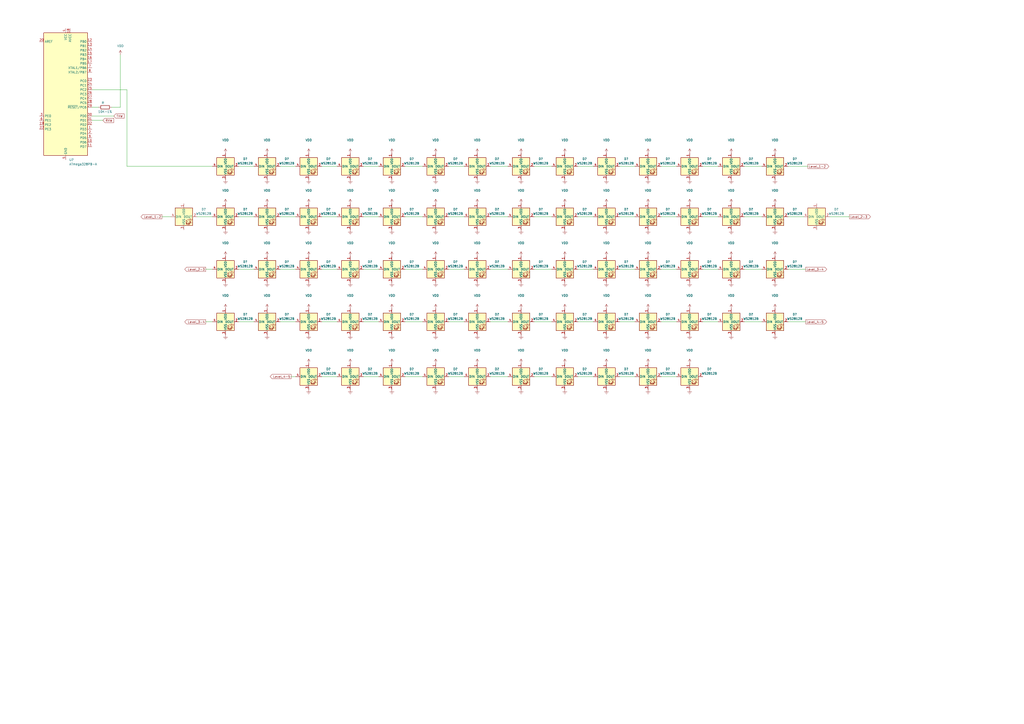
<source format=kicad_sch>
(kicad_sch (version 20211123) (generator eeschema)
  (paper "A2")
  (lib_symbols
    (symbol "Device:R" (pin_numbers hide) (pin_names (offset 0))
      (property "Reference" "R" (at 2.032 0 90))
      (property "Value" "R" (at 0 0 90))
      (symbol "R_0_1"
        (rectangle (start -1.016 -2.54) (end 1.016 2.54) (stroke (width 0.254)))
      )
      (symbol "R_1_1"
        (pin passive line (at 0 3.81 270) (length 1.27) (name "~") (number "1"))
        (pin passive line (at 0 -3.81 90) (length 1.27) (name "~") (number "2"))
      )
    )
    (symbol "LED:WS2812B" (pin_names (offset 0.254))
      (property "Reference" "D" (at 5.08 5.715 0))
      (property "Value" "WS2812B" (at 1.27 -5.715 0))
      (symbol "WS2812B_0_0"
        (text "RGB" (at 2.286 -4.191 0) (effects (font (size 0.762 0.762))))
      )
      (symbol "WS2812B_0_1"
        (polyline (pts (xy 1.27 -3.556) (xy 1.778 -3.556)))
        (polyline (pts (xy 1.27 -2.54) (xy 1.778 -2.54)))
        (polyline (pts (xy 4.699 -3.556) (xy 2.667 -3.556)))
        (polyline (pts (xy 2.286 -2.54) (xy 1.27 -3.556) (xy 1.27 -3.048)))
        (polyline (pts (xy 2.286 -1.524) (xy 1.27 -2.54) (xy 1.27 -2.032)))
        (polyline (pts (xy 3.683 -1.016) (xy 3.683 -3.556) (xy 3.683 -4.064)))
        (polyline (pts (xy 4.699 -1.524) (xy 2.667 -1.524) (xy 3.683 -3.556) (xy 4.699 -1.524)))
        (rectangle (start 5.08 5.08) (end -5.08 -5.08) (stroke (width 0.254)) (fill (type background)))
      )
      (symbol "WS2812B_1_1"
        (pin power_in line (at 0 7.62 270) (length 2.54) (name "VDD") (number "1"))
        (pin output line (at 7.62 0 180) (length 2.54) (name "DOUT") (number "2"))
        (pin power_in line (at 0 -7.62 90) (length 2.54) (name "VSS") (number "3"))
        (pin input line (at -7.62 0 0) (length 2.54) (name "DIN") (number "4"))
      )
    )
    (symbol "MCU_Microchip_ATmega:ATmega328PB-A"
      (property "Reference" "U" (at -12.7 36.83 0))
      (property "Value" "ATmega328PB-A" (at 2.54 -36.83 0))
      (symbol "ATmega328PB-A_0_1"
        (rectangle (start -12.7 -35.56) (end 12.7 35.56) (stroke (width 0.254)) (fill (type background)))
      )
      (symbol "ATmega328PB-A_1_1"
        (pin bidirectional line (at 15.24 -20.32 180) (length 2.54) (name "PD3") (number "1"))
        (pin bidirectional line (at 15.24 -27.94 180) (length 2.54) (name "PD6") (number "10"))
        (pin bidirectional line (at 15.24 -30.48 180) (length 2.54) (name "PD7") (number "11"))
        (pin bidirectional line (at 15.24 30.48 180) (length 2.54) (name "PB0") (number "12"))
        (pin bidirectional line (at 15.24 27.94 180) (length 2.54) (name "PB1") (number "13"))
        (pin bidirectional line (at 15.24 25.4 180) (length 2.54) (name "PB2") (number "14"))
        (pin bidirectional line (at 15.24 22.86 180) (length 2.54) (name "PB3") (number "15"))
        (pin bidirectional line (at 15.24 20.32 180) (length 2.54) (name "PB4") (number "16"))
        (pin bidirectional line (at 15.24 17.78 180) (length 2.54) (name "PB5") (number "17"))
        (pin power_in line (at 2.54 38.1 270) (length 2.54) (name "AVCC") (number "18"))
        (pin bidirectional line (at -15.24 -17.78 0) (length 2.54) (name "PE2") (number "19"))
        (pin bidirectional line (at 15.24 -22.86 180) (length 2.54) (name "PD4") (number "2"))
        (pin passive line (at -15.24 30.48 0) (length 2.54) (name "AREF") (number "20"))
        (pin passive line (at 0 -38.1 90) (length 2.54) hide (name "GND") (number "21"))
        (pin bidirectional line (at -15.24 -20.32 0) (length 2.54) (name "PE3") (number "22"))
        (pin bidirectional line (at 15.24 7.62 180) (length 2.54) (name "PC0") (number "23"))
        (pin bidirectional line (at 15.24 5.08 180) (length 2.54) (name "PC1") (number "24"))
        (pin bidirectional line (at 15.24 2.54 180) (length 2.54) (name "PC2") (number "25"))
        (pin bidirectional line (at 15.24 0 180) (length 2.54) (name "PC3") (number "26"))
        (pin bidirectional line (at 15.24 -2.54 180) (length 2.54) (name "PC4") (number "27"))
        (pin bidirectional line (at 15.24 -5.08 180) (length 2.54) (name "PC5") (number "28"))
        (pin bidirectional line (at 15.24 -7.62 180) (length 2.54) (name "~{RESET}/PC6") (number "29"))
        (pin bidirectional line (at -15.24 -12.7 0) (length 2.54) (name "PE0") (number "3"))
        (pin bidirectional line (at 15.24 -12.7 180) (length 2.54) (name "PD0") (number "30"))
        (pin bidirectional line (at 15.24 -15.24 180) (length 2.54) (name "PD1") (number "31"))
        (pin bidirectional line (at 15.24 -17.78 180) (length 2.54) (name "PD2") (number "32"))
        (pin power_in line (at 0 38.1 270) (length 2.54) (name "VCC") (number "4"))
        (pin power_in line (at 0 -38.1 90) (length 2.54) (name "GND") (number "5"))
        (pin bidirectional line (at -15.24 -15.24 0) (length 2.54) (name "PE1") (number "6"))
        (pin bidirectional line (at 15.24 15.24 180) (length 2.54) (name "XTAL1/PB6") (number "7"))
        (pin bidirectional line (at 15.24 12.7 180) (length 2.54) (name "XTAL2/PB7") (number "8"))
        (pin bidirectional line (at 15.24 -25.4 180) (length 2.54) (name "PD5") (number "9"))
      )
    )
    (symbol "power:Earth" (power) (pin_names (offset 0))
      (symbol "Earth_0_1"
        (polyline (pts (xy -0.635 -1.905) (xy 0.635 -1.905)))
        (polyline (pts (xy -0.127 -2.54) (xy 0.127 -2.54)))
        (polyline (pts (xy 0 -1.27) (xy 0 0)))
        (polyline (pts (xy 1.27 -1.27) (xy -1.27 -1.27)))
      )
      (symbol "Earth_1_1"
        (pin power_in line (at 0 0 270) (length 0) hide (name "Earth") (number "1"))
      )
    )
    (symbol "power:VDD" (power) (pin_names (offset 0))
      (property "Value" "VDD" (at 0 3.81 0))
      (symbol "VDD_0_1"
        (polyline (pts (xy -0.762 1.27) (xy 0 2.54)))
        (polyline (pts (xy 0 0) (xy 0 2.54)))
        (polyline (pts (xy 0 2.54) (xy 0.762 1.27)))
      )
      (symbol "VDD_1_1"
        (pin power_in line (at 0 0 90) (length 0) hide (name "VDD") (number "1"))
      )
    )
  )
  (wire (pts (xy 309.88 156.21) (xy 320.04 156.21)))
  (wire (pts (xy 335.28 125.73) (xy 344.17 125.73)))
  (wire (pts (xy 210.82 186.69) (xy 219.71 186.69)))
  (wire (pts (xy 407.67 96.52) (xy 416.56 96.52)))
  (wire (pts (xy 431.8 125.73) (xy 441.96 125.73)))
  (wire (pts (xy 186.69 156.21) (xy 195.58 156.21)))
  (wire (pts (xy 335.28 186.69) (xy 344.17 186.69)))
  (wire (pts (xy 335.28 156.21) (xy 344.17 156.21)))
  (wire (pts (xy 481.33 125.73) (xy 492.76 125.73)))
  (wire (pts (xy 383.54 125.73) (xy 392.43 125.73)))
  (wire (pts (xy 234.95 96.52) (xy 245.11 96.52)))
  (wire (pts (xy 162.56 156.21) (xy 171.45 156.21)))
  (wire (pts (xy 210.82 156.21) (xy 219.71 156.21)))
  (wire (pts (xy 431.8 186.69) (xy 441.96 186.69)))
  (wire (pts (xy 309.88 218.44) (xy 320.04 218.44)))
  (wire (pts (xy 359.41 156.21) (xy 368.3 156.21)))
  (wire (pts (xy 119.38 186.69) (xy 123.19 186.69)))
  (wire (pts (xy 457.2 96.52) (xy 468.63 96.52)))
  (wire (pts (xy 123.19 96.52) (xy 73.66 96.52)))
  (wire (pts (xy 162.56 125.73) (xy 171.45 125.73)))
  (wire (pts (xy 383.54 156.21) (xy 392.43 156.21)))
  (wire (pts (xy 309.88 96.52) (xy 320.04 96.52)))
  (wire (pts (xy 284.48 186.69) (xy 294.64 186.69)))
  (wire (pts (xy 407.67 186.69) (xy 416.56 186.69)))
  (wire (pts (xy 359.41 186.69) (xy 368.3 186.69)))
  (wire (pts (xy 53.34 69.85) (xy 59.69 69.85)))
  (wire (pts (xy 186.69 96.52) (xy 195.58 96.52)))
  (wire (pts (xy 407.67 156.21) (xy 416.56 156.21)))
  (wire (pts (xy 210.82 218.44) (xy 219.71 218.44)))
  (wire (pts (xy 73.66 96.52) (xy 73.66 52.07)))
  (wire (pts (xy 234.95 186.69) (xy 245.11 186.69)))
  (wire (pts (xy 162.56 186.69) (xy 171.45 186.69)))
  (wire (pts (xy 138.43 125.73) (xy 147.32 125.73)))
  (wire (pts (xy 260.35 96.52) (xy 269.24 96.52)))
  (wire (pts (xy 234.95 218.44) (xy 245.11 218.44)))
  (wire (pts (xy 69.85 31.75) (xy 69.85 62.23)))
  (wire (pts (xy 260.35 218.44) (xy 269.24 218.44)))
  (wire (pts (xy 53.34 67.31) (xy 66.04 67.31)))
  (wire (pts (xy 359.41 96.52) (xy 368.3 96.52)))
  (wire (pts (xy 119.38 156.21) (xy 123.19 156.21)))
  (wire (pts (xy 186.69 186.69) (xy 195.58 186.69)))
  (wire (pts (xy 431.8 156.21) (xy 441.96 156.21)))
  (wire (pts (xy 284.48 125.73) (xy 294.64 125.73)))
  (wire (pts (xy 73.66 52.07) (xy 53.34 52.07)))
  (wire (pts (xy 168.91 218.44) (xy 171.45 218.44)))
  (wire (pts (xy 457.2 125.73) (xy 466.09 125.73)))
  (wire (pts (xy 383.54 218.44) (xy 392.43 218.44)))
  (wire (pts (xy 260.35 125.73) (xy 269.24 125.73)))
  (wire (pts (xy 335.28 218.44) (xy 344.17 218.44)))
  (wire (pts (xy 383.54 96.52) (xy 392.43 96.52)))
  (wire (pts (xy 210.82 125.73) (xy 219.71 125.73)))
  (wire (pts (xy 210.82 96.52) (xy 219.71 96.52)))
  (wire (pts (xy 335.28 96.52) (xy 344.17 96.52)))
  (wire (pts (xy 457.2 156.21) (xy 467.36 156.21)))
  (wire (pts (xy 64.77 62.23) (xy 69.85 62.23)))
  (wire (pts (xy 359.41 125.73) (xy 368.3 125.73)))
  (wire (pts (xy 162.56 96.52) (xy 171.45 96.52)))
  (wire (pts (xy 138.43 186.69) (xy 147.32 186.69)))
  (wire (pts (xy 431.8 96.52) (xy 441.96 96.52)))
  (wire (pts (xy 234.95 156.21) (xy 245.11 156.21)))
  (wire (pts (xy 186.69 125.73) (xy 195.58 125.73)))
  (wire (pts (xy 407.67 125.73) (xy 416.56 125.73)))
  (wire (pts (xy 53.34 62.23) (xy 57.15 62.23)))
  (wire (pts (xy 457.2 186.69) (xy 467.36 186.69)))
  (wire (pts (xy 260.35 186.69) (xy 269.24 186.69)))
  (wire (pts (xy 260.35 156.21) (xy 269.24 156.21)))
  (wire (pts (xy 284.48 218.44) (xy 294.64 218.44)))
  (wire (pts (xy 284.48 156.21) (xy 294.64 156.21)))
  (wire (pts (xy 284.48 96.52) (xy 294.64 96.52)))
  (wire (pts (xy 309.88 186.69) (xy 320.04 186.69)))
  (wire (pts (xy 359.41 218.44) (xy 368.3 218.44)))
  (wire (pts (xy 309.88 125.73) (xy 320.04 125.73)))
  (wire (pts (xy 93.98 125.73) (xy 99.06 125.73)))
  (wire (pts (xy 114.3 125.73) (xy 123.19 125.73)))
  (wire (pts (xy 234.95 125.73) (xy 245.11 125.73)))
  (wire (pts (xy 383.54 186.69) (xy 392.43 186.69)))
  (wire (pts (xy 138.43 96.52) (xy 147.32 96.52)))
  (wire (pts (xy 186.69 218.44) (xy 195.58 218.44)))
  (wire (pts (xy 138.43 156.21) (xy 147.32 156.21)))
  (global_label "TXW" (shape input) (at 66.04 67.31 0) (property "Intersheet References" "${INTERSHEET_REFS}" (effects hide)))
  (global_label "Level_1-2" (shape output) (at 468.63 96.52 0) (property "Intersheet References" "${INTERSHEET_REFS}" (effects hide)))
  (global_label "Level_4-5" (shape output) (at 168.91 218.44 180) (property "Intersheet References" "${INTERSHEET_REFS}" (effects hide)))
  (global_label "Level_1-2" (shape output) (at 93.98 125.73 180) (property "Intersheet References" "${INTERSHEET_REFS}" (effects hide)))
  (global_label "Level_2-3" (shape output) (at 492.76 125.73 0) (property "Intersheet References" "${INTERSHEET_REFS}" (effects hide)))
  (global_label "Level_3-4" (shape output) (at 467.36 156.21 0) (property "Intersheet References" "${INTERSHEET_REFS}" (effects hide)))
  (global_label "Level_2-3" (shape output) (at 119.38 156.21 180) (property "Intersheet References" "${INTERSHEET_REFS}" (effects hide)))
  (global_label "Level_3-4" (shape output) (at 119.38 186.69 180) (property "Intersheet References" "${INTERSHEET_REFS}" (effects hide)))
  (global_label "RXW" (shape input) (at 59.69 69.85 0) (property "Intersheet References" "${INTERSHEET_REFS}" (effects hide)))
  (global_label "Level_4-5" (shape output) (at 467.36 186.69 0) (property "Intersheet References" "${INTERSHEET_REFS}" (effects hide)))
  (symbol (lib_id "power:Earth") (at 276.86 226.06 0) (unit 1)
    (property "Reference" "#PWR?" (effects hide))
    (property "Value" "Earth" (effects hide))
  )
  (symbol (lib_id "power:Earth") (at 252.73 104.14 0) (unit 1)
    (property "Reference" "#PWR?" (effects hide))
    (property "Value" "Earth" (effects hide))
  )
  (symbol (lib_id "LED:WS2812B") (at 203.2 156.21 0) (unit 1)
    (property "Reference" "D?" (at 214.63 151.8793 0))
    (property "Value" "WS2812B" (at 214.63 154.4193 0))
    (property "Footprint" "LED_SMD:LED_WS2812B_PLCC4_5.0x5.0mm_P3.2mm" (effects hide))
    (property "Datasheet" "https://cdn-shop.adafruit.com/datasheets/WS2812B.pdf" (effects hide))
  )
  (symbol (lib_id "power:Earth") (at 227.33 163.83 0) (unit 1)
    (property "Reference" "#PWR?" (effects hide))
    (property "Value" "Earth" (effects hide))
  )
  (symbol (lib_id "LED:WS2812B") (at 449.58 156.21 0) (unit 1)
    (property "Reference" "D?" (at 461.01 151.8793 0))
    (property "Value" "WS2812B" (at 461.01 154.4193 0))
    (property "Footprint" "LED_SMD:LED_WS2812B_PLCC4_5.0x5.0mm_P3.2mm" (effects hide))
    (property "Datasheet" "https://cdn-shop.adafruit.com/datasheets/WS2812B.pdf" (effects hide))
  )
  (symbol (lib_id "power:VDD") (at 424.18 118.11 0) (unit 1)
    (property "Reference" "#PWR?" (effects hide))
    (property "Value" "VDD" (at 424.18 110.49 0))
  )
  (symbol (lib_id "LED:WS2812B") (at 424.18 96.52 0) (unit 1)
    (property "Reference" "D?" (at 435.61 92.1893 0))
    (property "Value" "WS2812B" (at 435.61 94.7293 0))
    (property "Footprint" "LED_SMD:LED_WS2812B_PLCC4_5.0x5.0mm_P3.2mm" (effects hide))
    (property "Datasheet" "https://cdn-shop.adafruit.com/datasheets/WS2812B.pdf" (effects hide))
  )
  (symbol (lib_id "LED:WS2812B") (at 276.86 218.44 0) (unit 1)
    (property "Reference" "D?" (at 288.29 214.1093 0))
    (property "Value" "WS2812B" (at 288.29 216.6493 0))
    (property "Footprint" "LED_SMD:LED_WS2812B_PLCC4_5.0x5.0mm_P3.2mm" (effects hide))
    (property "Datasheet" "https://cdn-shop.adafruit.com/datasheets/WS2812B.pdf" (effects hide))
  )
  (symbol (lib_id "power:VDD") (at 154.94 148.59 0) (unit 1)
    (property "Reference" "#PWR?" (effects hide))
    (property "Value" "VDD" (at 154.94 140.97 0))
  )
  (symbol (lib_id "LED:WS2812B") (at 302.26 125.73 0) (unit 1)
    (property "Reference" "D?" (at 313.69 121.3993 0))
    (property "Value" "WS2812B" (at 313.69 123.9393 0))
    (property "Footprint" "LED_SMD:LED_WS2812B_PLCC4_5.0x5.0mm_P3.2mm" (effects hide))
    (property "Datasheet" "https://cdn-shop.adafruit.com/datasheets/WS2812B.pdf" (effects hide))
  )
  (symbol (lib_id "LED:WS2812B") (at 154.94 96.52 0) (unit 1)
    (property "Reference" "D?" (at 166.37 92.1893 0))
    (property "Value" "WS2812B" (at 166.37 94.7293 0))
    (property "Footprint" "LED_SMD:LED_WS2812B_PLCC4_5.0x5.0mm_P3.2mm" (effects hide))
    (property "Datasheet" "https://cdn-shop.adafruit.com/datasheets/WS2812B.pdf" (effects hide))
  )
  (symbol (lib_id "LED:WS2812B") (at 179.07 156.21 0) (unit 1)
    (property "Reference" "D?" (at 190.5 151.8793 0))
    (property "Value" "WS2812B" (at 190.5 154.4193 0))
    (property "Footprint" "LED_SMD:LED_WS2812B_PLCC4_5.0x5.0mm_P3.2mm" (effects hide))
    (property "Datasheet" "https://cdn-shop.adafruit.com/datasheets/WS2812B.pdf" (effects hide))
  )
  (symbol (lib_id "power:VDD") (at 400.05 148.59 0) (unit 1)
    (property "Reference" "#PWR?" (effects hide))
    (property "Value" "VDD" (at 400.05 140.97 0))
  )
  (symbol (lib_id "power:VDD") (at 203.2 88.9 0) (unit 1)
    (property "Reference" "#PWR?" (effects hide))
    (property "Value" "VDD" (at 203.2 81.28 0))
  )
  (symbol (lib_id "power:VDD") (at 276.86 118.11 0) (unit 1)
    (property "Reference" "#PWR?" (effects hide))
    (property "Value" "VDD" (at 276.86 110.49 0))
  )
  (symbol (lib_id "power:VDD") (at 227.33 88.9 0) (unit 1)
    (property "Reference" "#PWR?" (effects hide))
    (property "Value" "VDD" (at 227.33 81.28 0))
  )
  (symbol (lib_id "power:VDD") (at 154.94 179.07 0) (unit 1)
    (property "Reference" "#PWR?" (effects hide))
    (property "Value" "VDD" (at 154.94 171.45 0))
  )
  (symbol (lib_id "power:Earth") (at 227.33 133.35 0) (unit 1)
    (property "Reference" "#PWR?" (effects hide))
    (property "Value" "Earth" (effects hide))
  )
  (symbol (lib_id "power:VDD") (at 69.85 31.75 0) (unit 1)
    (property "Reference" "#PWR?" (effects hide))
    (property "Value" "VDD" (at 69.85 26.67 0))
  )
  (symbol (lib_id "power:VDD") (at 302.26 179.07 0) (unit 1)
    (property "Reference" "#PWR?" (effects hide))
    (property "Value" "VDD" (at 302.26 171.45 0))
  )
  (symbol (lib_id "power:Earth") (at 203.2 104.14 0) (unit 1)
    (property "Reference" "#PWR?" (effects hide))
    (property "Value" "Earth" (effects hide))
  )
  (symbol (lib_id "power:VDD") (at 252.73 148.59 0) (unit 1)
    (property "Reference" "#PWR?" (effects hide))
    (property "Value" "VDD" (at 252.73 140.97 0))
  )
  (symbol (lib_id "LED:WS2812B") (at 130.81 156.21 0) (unit 1)
    (property "Reference" "D?" (at 142.24 151.8793 0))
    (property "Value" "WS2812B" (at 142.24 154.4193 0))
    (property "Footprint" "LED_SMD:LED_WS2812B_PLCC4_5.0x5.0mm_P3.2mm" (effects hide))
    (property "Datasheet" "https://cdn-shop.adafruit.com/datasheets/WS2812B.pdf" (effects hide))
  )
  (symbol (lib_id "power:VDD") (at 179.07 179.07 0) (unit 1)
    (property "Reference" "#PWR?" (effects hide))
    (property "Value" "VDD" (at 179.07 171.45 0))
  )
  (symbol (lib_id "LED:WS2812B") (at 302.26 218.44 0) (unit 1)
    (property "Reference" "D?" (at 313.69 214.1093 0))
    (property "Value" "WS2812B" (at 313.69 216.6493 0))
    (property "Footprint" "LED_SMD:LED_WS2812B_PLCC4_5.0x5.0mm_P3.2mm" (effects hide))
    (property "Datasheet" "https://cdn-shop.adafruit.com/datasheets/WS2812B.pdf" (effects hide))
  )
  (symbol (lib_id "LED:WS2812B") (at 400.05 125.73 0) (unit 1)
    (property "Reference" "D?" (at 411.48 121.3993 0))
    (property "Value" "WS2812B" (at 411.48 123.9393 0))
    (property "Footprint" "LED_SMD:LED_WS2812B_PLCC4_5.0x5.0mm_P3.2mm" (effects hide))
    (property "Datasheet" "https://cdn-shop.adafruit.com/datasheets/WS2812B.pdf" (effects hide))
  )
  (symbol (lib_id "power:VDD") (at 375.92 148.59 0) (unit 1)
    (property "Reference" "#PWR?" (effects hide))
    (property "Value" "VDD" (at 375.92 140.97 0))
  )
  (symbol (lib_id "power:Earth") (at 424.18 194.31 0) (unit 1)
    (property "Reference" "#PWR?" (effects hide))
    (property "Value" "Earth" (effects hide))
  )
  (symbol (lib_id "power:Earth") (at 424.18 104.14 0) (unit 1)
    (property "Reference" "#PWR?" (effects hide))
    (property "Value" "Earth" (effects hide))
  )
  (symbol (lib_id "power:VDD") (at 203.2 148.59 0) (unit 1)
    (property "Reference" "#PWR?" (effects hide))
    (property "Value" "VDD" (at 203.2 140.97 0))
  )
  (symbol (lib_id "power:Earth") (at 154.94 104.14 0) (unit 1)
    (property "Reference" "#PWR?" (effects hide))
    (property "Value" "Earth" (effects hide))
  )
  (symbol (lib_id "power:VDD") (at 252.73 179.07 0) (unit 1)
    (property "Reference" "#PWR?" (effects hide))
    (property "Value" "VDD" (at 252.73 171.45 0))
  )
  (symbol (lib_id "LED:WS2812B") (at 400.05 96.52 0) (unit 1)
    (property "Reference" "D?" (at 411.48 92.1893 0))
    (property "Value" "WS2812B" (at 411.48 94.7293 0))
    (property "Footprint" "LED_SMD:LED_WS2812B_PLCC4_5.0x5.0mm_P3.2mm" (effects hide))
    (property "Datasheet" "https://cdn-shop.adafruit.com/datasheets/WS2812B.pdf" (effects hide))
  )
  (symbol (lib_id "power:Earth") (at 400.05 194.31 0) (unit 1)
    (property "Reference" "#PWR?" (effects hide))
    (property "Value" "Earth" (effects hide))
  )
  (symbol (lib_id "power:Earth") (at 203.2 163.83 0) (unit 1)
    (property "Reference" "#PWR?" (effects hide))
    (property "Value" "Earth" (effects hide))
  )
  (symbol (lib_id "power:Earth") (at 302.26 163.83 0) (unit 1)
    (property "Reference" "#PWR?" (effects hide))
    (property "Value" "Earth" (effects hide))
  )
  (symbol (lib_id "power:VDD") (at 424.18 179.07 0) (unit 1)
    (property "Reference" "#PWR?" (effects hide))
    (property "Value" "VDD" (at 424.18 171.45 0))
  )
  (symbol (lib_id "power:Earth") (at 203.2 133.35 0) (unit 1)
    (property "Reference" "#PWR?" (effects hide))
    (property "Value" "Earth" (effects hide))
  )
  (symbol (lib_id "power:VDD") (at 351.79 118.11 0) (unit 1)
    (property "Reference" "#PWR?" (effects hide))
    (property "Value" "VDD" (at 351.79 110.49 0))
  )
  (symbol (lib_id "power:VDD") (at 375.92 179.07 0) (unit 1)
    (property "Reference" "#PWR?" (effects hide))
    (property "Value" "VDD" (at 375.92 171.45 0))
  )
  (symbol (lib_id "power:Earth") (at 154.94 133.35 0) (unit 1)
    (property "Reference" "#PWR?" (effects hide))
    (property "Value" "Earth" (effects hide))
  )
  (symbol (lib_id "power:VDD") (at 252.73 88.9 0) (unit 1)
    (property "Reference" "#PWR?" (effects hide))
    (property "Value" "VDD" (at 252.73 81.28 0))
  )
  (symbol (lib_id "power:VDD") (at 276.86 210.82 0) (unit 1)
    (property "Reference" "#PWR?" (effects hide))
    (property "Value" "VDD" (at 276.86 203.2 0))
  )
  (symbol (lib_id "power:VDD") (at 252.73 210.82 0) (unit 1)
    (property "Reference" "#PWR?" (effects hide))
    (property "Value" "VDD" (at 252.73 203.2 0))
  )
  (symbol (lib_id "power:Earth") (at 327.66 163.83 0) (unit 1)
    (property "Reference" "#PWR?" (effects hide))
    (property "Value" "Earth" (effects hide))
  )
  (symbol (lib_id "LED:WS2812B") (at 227.33 125.73 0) (unit 1)
    (property "Reference" "D?" (at 238.76 121.3993 0))
    (property "Value" "WS2812B" (at 238.76 123.9393 0))
    (property "Footprint" "LED_SMD:LED_WS2812B_PLCC4_5.0x5.0mm_P3.2mm" (effects hide))
    (property "Datasheet" "https://cdn-shop.adafruit.com/datasheets/WS2812B.pdf" (effects hide))
  )
  (symbol (lib_id "power:VDD") (at 203.2 118.11 0) (unit 1)
    (property "Reference" "#PWR?" (effects hide))
    (property "Value" "VDD" (at 203.2 110.49 0))
  )
  (symbol (lib_id "power:VDD") (at 375.92 210.82 0) (unit 1)
    (property "Reference" "#PWR?" (effects hide))
    (property "Value" "VDD" (at 375.92 203.2 0))
  )
  (symbol (lib_id "LED:WS2812B") (at 203.2 96.52 0) (unit 1)
    (property "Reference" "D?" (at 214.63 92.1893 0))
    (property "Value" "WS2812B" (at 214.63 94.7293 0))
    (property "Footprint" "LED_SMD:LED_WS2812B_PLCC4_5.0x5.0mm_P3.2mm" (effects hide))
    (property "Datasheet" "https://cdn-shop.adafruit.com/datasheets/WS2812B.pdf" (effects hide))
  )
  (symbol (lib_id "power:VDD") (at 203.2 210.82 0) (unit 1)
    (property "Reference" "#PWR?" (effects hide))
    (property "Value" "VDD" (at 203.2 203.2 0))
  )
  (symbol (lib_id "LED:WS2812B") (at 252.73 96.52 0) (unit 1)
    (property "Reference" "D?" (at 264.16 92.1893 0))
    (property "Value" "WS2812B" (at 264.16 94.7293 0))
    (property "Footprint" "LED_SMD:LED_WS2812B_PLCC4_5.0x5.0mm_P3.2mm" (effects hide))
    (property "Datasheet" "https://cdn-shop.adafruit.com/datasheets/WS2812B.pdf" (effects hide))
  )
  (symbol (lib_id "power:Earth") (at 327.66 104.14 0) (unit 1)
    (property "Reference" "#PWR?" (effects hide))
    (property "Value" "Earth" (effects hide))
  )
  (symbol (lib_id "power:VDD") (at 400.05 210.82 0) (unit 1)
    (property "Reference" "#PWR?" (effects hide))
    (property "Value" "VDD" (at 400.05 203.2 0))
  )
  (symbol (lib_id "power:VDD") (at 327.66 88.9 0) (unit 1)
    (property "Reference" "#PWR?" (effects hide))
    (property "Value" "VDD" (at 327.66 81.28 0))
  )
  (symbol (lib_id "power:Earth") (at 375.92 163.83 0) (unit 1)
    (property "Reference" "#PWR?" (effects hide))
    (property "Value" "Earth" (effects hide))
  )
  (symbol (lib_id "power:VDD") (at 449.58 179.07 0) (unit 1)
    (property "Reference" "#PWR?" (effects hide))
    (property "Value" "VDD" (at 449.58 171.45 0))
  )
  (symbol (lib_id "LED:WS2812B") (at 375.92 125.73 0) (unit 1)
    (property "Reference" "D?" (at 387.35 121.3993 0))
    (property "Value" "WS2812B" (at 387.35 123.9393 0))
    (property "Footprint" "LED_SMD:LED_WS2812B_PLCC4_5.0x5.0mm_P3.2mm" (effects hide))
    (property "Datasheet" "https://cdn-shop.adafruit.com/datasheets/WS2812B.pdf" (effects hide))
  )
  (symbol (lib_id "LED:WS2812B") (at 424.18 156.21 0) (unit 1)
    (property "Reference" "D?" (at 435.61 151.8793 0))
    (property "Value" "WS2812B" (at 435.61 154.4193 0))
    (property "Footprint" "LED_SMD:LED_WS2812B_PLCC4_5.0x5.0mm_P3.2mm" (effects hide))
    (property "Datasheet" "https://cdn-shop.adafruit.com/datasheets/WS2812B.pdf" (effects hide))
  )
  (symbol (lib_id "power:Earth") (at 130.81 104.14 0) (unit 1)
    (property "Reference" "#PWR?" (effects hide))
    (property "Value" "Earth" (effects hide))
  )
  (symbol (lib_id "LED:WS2812B") (at 351.79 186.69 0) (unit 1)
    (property "Reference" "D?" (at 363.22 182.3593 0))
    (property "Value" "WS2812B" (at 363.22 184.8993 0))
    (property "Footprint" "LED_SMD:LED_WS2812B_PLCC4_5.0x5.0mm_P3.2mm" (effects hide))
    (property "Datasheet" "https://cdn-shop.adafruit.com/datasheets/WS2812B.pdf" (effects hide))
  )
  (symbol (lib_id "LED:WS2812B") (at 252.73 156.21 0) (unit 1)
    (property "Reference" "D?" (at 264.16 151.8793 0))
    (property "Value" "WS2812B" (at 264.16 154.4193 0))
    (property "Footprint" "LED_SMD:LED_WS2812B_PLCC4_5.0x5.0mm_P3.2mm" (effects hide))
    (property "Datasheet" "https://cdn-shop.adafruit.com/datasheets/WS2812B.pdf" (effects hide))
  )
  (symbol (lib_id "power:VDD") (at 179.07 88.9 0) (unit 1)
    (property "Reference" "#PWR?" (effects hide))
    (property "Value" "VDD" (at 179.07 81.28 0))
  )
  (symbol (lib_id "power:VDD") (at 227.33 118.11 0) (unit 1)
    (property "Reference" "#PWR?" (effects hide))
    (property "Value" "VDD" (at 227.33 110.49 0))
  )
  (symbol (lib_id "LED:WS2812B") (at 227.33 186.69 0) (unit 1)
    (property "Reference" "D?" (at 238.76 182.3593 0))
    (property "Value" "WS2812B" (at 238.76 184.8993 0))
    (property "Footprint" "LED_SMD:LED_WS2812B_PLCC4_5.0x5.0mm_P3.2mm" (effects hide))
    (property "Datasheet" "https://cdn-shop.adafruit.com/datasheets/WS2812B.pdf" (effects hide))
  )
  (symbol (lib_id "LED:WS2812B") (at 179.07 96.52 0) (unit 1)
    (property "Reference" "D?" (at 190.5 92.1893 0))
    (property "Value" "WS2812B" (at 190.5 94.7293 0))
    (property "Footprint" "LED_SMD:LED_WS2812B_PLCC4_5.0x5.0mm_P3.2mm" (effects hide))
    (property "Datasheet" "https://cdn-shop.adafruit.com/datasheets/WS2812B.pdf" (effects hide))
  )
  (symbol (lib_id "LED:WS2812B") (at 203.2 218.44 0) (unit 1)
    (property "Reference" "D?" (at 214.63 214.1093 0))
    (property "Value" "WS2812B" (at 214.63 216.6493 0))
    (property "Footprint" "LED_SMD:LED_WS2812B_PLCC4_5.0x5.0mm_P3.2mm" (effects hide))
    (property "Datasheet" "https://cdn-shop.adafruit.com/datasheets/WS2812B.pdf" (effects hide))
  )
  (symbol (lib_id "power:VDD") (at 351.79 179.07 0) (unit 1)
    (property "Reference" "#PWR?" (effects hide))
    (property "Value" "VDD" (at 351.79 171.45 0))
  )
  (symbol (lib_id "LED:WS2812B") (at 327.66 156.21 0) (unit 1)
    (property "Reference" "D?" (at 339.09 151.8793 0))
    (property "Value" "WS2812B" (at 339.09 154.4193 0))
    (property "Footprint" "LED_SMD:LED_WS2812B_PLCC4_5.0x5.0mm_P3.2mm" (effects hide))
    (property "Datasheet" "https://cdn-shop.adafruit.com/datasheets/WS2812B.pdf" (effects hide))
  )
  (symbol (lib_id "power:VDD") (at 375.92 118.11 0) (unit 1)
    (property "Reference" "#PWR?" (effects hide))
    (property "Value" "VDD" (at 375.92 110.49 0))
  )
  (symbol (lib_id "LED:WS2812B") (at 327.66 218.44 0) (unit 1)
    (property "Reference" "D?" (at 339.09 214.1093 0))
    (property "Value" "WS2812B" (at 339.09 216.6493 0))
    (property "Footprint" "LED_SMD:LED_WS2812B_PLCC4_5.0x5.0mm_P3.2mm" (effects hide))
    (property "Datasheet" "https://cdn-shop.adafruit.com/datasheets/WS2812B.pdf" (effects hide))
  )
  (symbol (lib_id "power:Earth") (at 179.07 163.83 0) (unit 1)
    (property "Reference" "#PWR?" (effects hide))
    (property "Value" "Earth" (effects hide))
  )
  (symbol (lib_id "power:Earth") (at 449.58 163.83 0) (unit 1)
    (property "Reference" "#PWR?" (effects hide))
    (property "Value" "Earth" (effects hide))
  )
  (symbol (lib_id "power:Earth") (at 327.66 133.35 0) (unit 1)
    (property "Reference" "#PWR?" (effects hide))
    (property "Value" "Earth" (effects hide))
  )
  (symbol (lib_id "LED:WS2812B") (at 252.73 218.44 0) (unit 1)
    (property "Reference" "D?" (at 264.16 214.1093 0))
    (property "Value" "WS2812B" (at 264.16 216.6493 0))
    (property "Footprint" "LED_SMD:LED_WS2812B_PLCC4_5.0x5.0mm_P3.2mm" (effects hide))
    (property "Datasheet" "https://cdn-shop.adafruit.com/datasheets/WS2812B.pdf" (effects hide))
  )
  (symbol (lib_id "LED:WS2812B") (at 327.66 186.69 0) (unit 1)
    (property "Reference" "D?" (at 339.09 182.3593 0))
    (property "Value" "WS2812B" (at 339.09 184.8993 0))
    (property "Footprint" "LED_SMD:LED_WS2812B_PLCC4_5.0x5.0mm_P3.2mm" (effects hide))
    (property "Datasheet" "https://cdn-shop.adafruit.com/datasheets/WS2812B.pdf" (effects hide))
  )
  (symbol (lib_id "power:VDD") (at 449.58 88.9 0) (unit 1)
    (property "Reference" "#PWR?" (effects hide))
    (property "Value" "VDD" (at 449.58 81.28 0))
  )
  (symbol (lib_id "power:VDD") (at 276.86 179.07 0) (unit 1)
    (property "Reference" "#PWR?" (effects hide))
    (property "Value" "VDD" (at 276.86 171.45 0))
  )
  (symbol (lib_id "LED:WS2812B") (at 375.92 156.21 0) (unit 1)
    (property "Reference" "D?" (at 387.35 151.8793 0))
    (property "Value" "WS2812B" (at 387.35 154.4193 0))
    (property "Footprint" "LED_SMD:LED_WS2812B_PLCC4_5.0x5.0mm_P3.2mm" (effects hide))
    (property "Datasheet" "https://cdn-shop.adafruit.com/datasheets/WS2812B.pdf" (effects hide))
  )
  (symbol (lib_id "power:Earth") (at 449.58 133.35 0) (unit 1)
    (property "Reference" "#PWR?" (effects hide))
    (property "Value" "Earth" (effects hide))
  )
  (symbol (lib_id "power:VDD") (at 203.2 179.07 0) (unit 1)
    (property "Reference" "#PWR?" (effects hide))
    (property "Value" "VDD" (at 203.2 171.45 0))
  )
  (symbol (lib_id "power:Earth") (at 351.79 163.83 0) (unit 1)
    (property "Reference" "#PWR?" (effects hide))
    (property "Value" "Earth" (effects hide))
  )
  (symbol (lib_id "LED:WS2812B") (at 252.73 125.73 0) (unit 1)
    (property "Reference" "D?" (at 264.16 121.3993 0))
    (property "Value" "WS2812B" (at 264.16 123.9393 0))
    (property "Footprint" "LED_SMD:LED_WS2812B_PLCC4_5.0x5.0mm_P3.2mm" (effects hide))
    (property "Datasheet" "https://cdn-shop.adafruit.com/datasheets/WS2812B.pdf" (effects hide))
  )
  (symbol (lib_id "power:VDD") (at 400.05 88.9 0) (unit 1)
    (property "Reference" "#PWR?" (effects hide))
    (property "Value" "VDD" (at 400.05 81.28 0))
  )
  (symbol (lib_id "power:VDD") (at 154.94 118.11 0) (unit 1)
    (property "Reference" "#PWR?" (effects hide))
    (property "Value" "VDD" (at 154.94 110.49 0))
  )
  (symbol (lib_id "power:VDD") (at 130.81 179.07 0) (unit 1)
    (property "Reference" "#PWR?" (effects hide))
    (property "Value" "VDD" (at 130.81 171.45 0))
  )
  (symbol (lib_id "LED:WS2812B") (at 179.07 186.69 0) (unit 1)
    (property "Reference" "D?" (at 190.5 182.3593 0))
    (property "Value" "WS2812B" (at 190.5 184.8993 0))
    (property "Footprint" "LED_SMD:LED_WS2812B_PLCC4_5.0x5.0mm_P3.2mm" (effects hide))
    (property "Datasheet" "https://cdn-shop.adafruit.com/datasheets/WS2812B.pdf" (effects hide))
  )
  (symbol (lib_id "power:VDD") (at 227.33 179.07 0) (unit 1)
    (property "Reference" "#PWR?" (effects hide))
    (property "Value" "VDD" (at 227.33 171.45 0))
  )
  (symbol (lib_id "power:VDD") (at 252.73 118.11 0) (unit 1)
    (property "Reference" "#PWR?" (effects hide))
    (property "Value" "VDD" (at 252.73 110.49 0))
  )
  (symbol (lib_id "LED:WS2812B") (at 130.81 96.52 0) (unit 1)
    (property "Reference" "D?" (at 142.24 92.1893 0))
    (property "Value" "WS2812B" (at 142.24 94.7293 0))
    (property "Footprint" "LED_SMD:LED_WS2812B_PLCC4_5.0x5.0mm_P3.2mm" (effects hide))
    (property "Datasheet" "https://cdn-shop.adafruit.com/datasheets/WS2812B.pdf" (effects hide))
  )
  (symbol (lib_id "power:VDD") (at 227.33 148.59 0) (unit 1)
    (property "Reference" "#PWR?" (effects hide))
    (property "Value" "VDD" (at 227.33 140.97 0))
  )
  (symbol (lib_id "power:Earth") (at 130.81 194.31 0) (unit 1)
    (property "Reference" "#PWR?" (effects hide))
    (property "Value" "Earth" (effects hide))
  )
  (symbol (lib_id "power:VDD") (at 179.07 148.59 0) (unit 1)
    (property "Reference" "#PWR?" (effects hide))
    (property "Value" "VDD" (at 179.07 140.97 0))
  )
  (symbol (lib_id "power:VDD") (at 179.07 118.11 0) (unit 1)
    (property "Reference" "#PWR?" (effects hide))
    (property "Value" "VDD" (at 179.07 110.49 0))
  )
  (symbol (lib_id "LED:WS2812B") (at 424.18 125.73 0) (unit 1)
    (property "Reference" "D?" (at 435.61 121.3993 0))
    (property "Value" "WS2812B" (at 435.61 123.9393 0))
    (property "Footprint" "LED_SMD:LED_WS2812B_PLCC4_5.0x5.0mm_P3.2mm" (effects hide))
    (property "Datasheet" "https://cdn-shop.adafruit.com/datasheets/WS2812B.pdf" (effects hide))
  )
  (symbol (lib_id "power:Earth") (at 227.33 194.31 0) (unit 1)
    (property "Reference" "#PWR?" (effects hide))
    (property "Value" "Earth" (effects hide))
  )
  (symbol (lib_id "power:VDD") (at 351.79 148.59 0) (unit 1)
    (property "Reference" "#PWR?" (effects hide))
    (property "Value" "VDD" (at 351.79 140.97 0))
  )
  (symbol (lib_id "LED:WS2812B") (at 327.66 96.52 0) (unit 1)
    (property "Reference" "D?" (at 339.09 92.1893 0))
    (property "Value" "WS2812B" (at 339.09 94.7293 0))
    (property "Footprint" "LED_SMD:LED_WS2812B_PLCC4_5.0x5.0mm_P3.2mm" (effects hide))
    (property "Datasheet" "https://cdn-shop.adafruit.com/datasheets/WS2812B.pdf" (effects hide))
  )
  (symbol (lib_id "power:Earth") (at 227.33 104.14 0) (unit 1)
    (property "Reference" "#PWR?" (effects hide))
    (property "Value" "Earth" (effects hide))
  )
  (symbol (lib_id "LED:WS2812B") (at 449.58 96.52 0) (unit 1)
    (property "Reference" "D?" (at 461.01 92.1893 0))
    (property "Value" "WS2812B" (at 461.01 94.7293 0))
    (property "Footprint" "LED_SMD:LED_WS2812B_PLCC4_5.0x5.0mm_P3.2mm" (effects hide))
    (property "Datasheet" "https://cdn-shop.adafruit.com/datasheets/WS2812B.pdf" (effects hide))
  )
  (symbol (lib_id "power:Earth") (at 351.79 133.35 0) (unit 1)
    (property "Reference" "#PWR?" (effects hide))
    (property "Value" "Earth" (effects hide))
  )
  (symbol (lib_id "LED:WS2812B") (at 276.86 96.52 0) (unit 1)
    (property "Reference" "D?" (at 288.29 92.1893 0))
    (property "Value" "WS2812B" (at 288.29 94.7293 0))
    (property "Footprint" "LED_SMD:LED_WS2812B_PLCC4_5.0x5.0mm_P3.2mm" (effects hide))
    (property "Datasheet" "https://cdn-shop.adafruit.com/datasheets/WS2812B.pdf" (effects hide))
  )
  (symbol (lib_id "power:VDD") (at 276.86 148.59 0) (unit 1)
    (property "Reference" "#PWR?" (effects hide))
    (property "Value" "VDD" (at 276.86 140.97 0))
  )
  (symbol (lib_id "power:Earth") (at 179.07 133.35 0) (unit 1)
    (property "Reference" "#PWR?" (effects hide))
    (property "Value" "Earth" (effects hide))
  )
  (symbol (lib_id "power:Earth") (at 154.94 163.83 0) (unit 1)
    (property "Reference" "#PWR?" (effects hide))
    (property "Value" "Earth" (effects hide))
  )
  (symbol (lib_id "power:VDD") (at 302.26 118.11 0) (unit 1)
    (property "Reference" "#PWR?" (effects hide))
    (property "Value" "VDD" (at 302.26 110.49 0))
  )
  (symbol (lib_id "power:Earth") (at 252.73 133.35 0) (unit 1)
    (property "Reference" "#PWR?" (effects hide))
    (property "Value" "Earth" (effects hide))
  )
  (symbol (lib_id "LED:WS2812B") (at 302.26 186.69 0) (unit 1)
    (property "Reference" "D?" (at 313.69 182.3593 0))
    (property "Value" "WS2812B" (at 313.69 184.8993 0))
    (property "Footprint" "LED_SMD:LED_WS2812B_PLCC4_5.0x5.0mm_P3.2mm" (effects hide))
    (property "Datasheet" "https://cdn-shop.adafruit.com/datasheets/WS2812B.pdf" (effects hide))
  )
  (symbol (lib_id "LED:WS2812B") (at 351.79 96.52 0) (unit 1)
    (property "Reference" "D?" (at 363.22 92.1893 0))
    (property "Value" "WS2812B" (at 363.22 94.7293 0))
    (property "Footprint" "LED_SMD:LED_WS2812B_PLCC4_5.0x5.0mm_P3.2mm" (effects hide))
    (property "Datasheet" "https://cdn-shop.adafruit.com/datasheets/WS2812B.pdf" (effects hide))
  )
  (symbol (lib_id "LED:WS2812B") (at 375.92 186.69 0) (unit 1)
    (property "Reference" "D?" (at 387.35 182.3593 0))
    (property "Value" "WS2812B" (at 387.35 184.8993 0))
    (property "Footprint" "LED_SMD:LED_WS2812B_PLCC4_5.0x5.0mm_P3.2mm" (effects hide))
    (property "Datasheet" "https://cdn-shop.adafruit.com/datasheets/WS2812B.pdf" (effects hide))
  )
  (symbol (lib_id "LED:WS2812B") (at 327.66 125.73 0) (unit 1)
    (property "Reference" "D?" (at 339.09 121.3993 0))
    (property "Value" "WS2812B" (at 339.09 123.9393 0))
    (property "Footprint" "LED_SMD:LED_WS2812B_PLCC4_5.0x5.0mm_P3.2mm" (effects hide))
    (property "Datasheet" "https://cdn-shop.adafruit.com/datasheets/WS2812B.pdf" (effects hide))
  )
  (symbol (lib_id "power:Earth") (at 351.79 194.31 0) (unit 1)
    (property "Reference" "#PWR?" (effects hide))
    (property "Value" "Earth" (effects hide))
  )
  (symbol (lib_id "LED:WS2812B") (at 449.58 186.69 0) (unit 1)
    (property "Reference" "D?" (at 461.01 182.3593 0))
    (property "Value" "WS2812B" (at 461.01 184.8993 0))
    (property "Footprint" "LED_SMD:LED_WS2812B_PLCC4_5.0x5.0mm_P3.2mm" (effects hide))
    (property "Datasheet" "https://cdn-shop.adafruit.com/datasheets/WS2812B.pdf" (effects hide))
  )
  (symbol (lib_id "power:Earth") (at 400.05 226.06 0) (unit 1)
    (property "Reference" "#PWR?" (effects hide))
    (property "Value" "Earth" (effects hide))
  )
  (symbol (lib_id "power:Earth") (at 375.92 104.14 0) (unit 1)
    (property "Reference" "#PWR?" (effects hide))
    (property "Value" "Earth" (effects hide))
  )
  (symbol (lib_id "LED:WS2812B") (at 375.92 218.44 0) (unit 1)
    (property "Reference" "D?" (at 387.35 214.1093 0))
    (property "Value" "WS2812B" (at 387.35 216.6493 0))
    (property "Footprint" "LED_SMD:LED_WS2812B_PLCC4_5.0x5.0mm_P3.2mm" (effects hide))
    (property "Datasheet" "https://cdn-shop.adafruit.com/datasheets/WS2812B.pdf" (effects hide))
  )
  (symbol (lib_id "power:VDD") (at 327.66 210.82 0) (unit 1)
    (property "Reference" "#PWR?" (effects hide))
    (property "Value" "VDD" (at 327.66 203.2 0))
  )
  (symbol (lib_id "power:Earth") (at 424.18 133.35 0) (unit 1)
    (property "Reference" "#PWR?" (effects hide))
    (property "Value" "Earth" (effects hide))
  )
  (symbol (lib_id "LED:WS2812B") (at 203.2 125.73 0) (unit 1)
    (property "Reference" "D?" (at 214.63 121.3993 0))
    (property "Value" "WS2812B" (at 214.63 123.9393 0))
    (property "Footprint" "LED_SMD:LED_WS2812B_PLCC4_5.0x5.0mm_P3.2mm" (effects hide))
    (property "Datasheet" "https://cdn-shop.adafruit.com/datasheets/WS2812B.pdf" (effects hide))
  )
  (symbol (lib_id "LED:WS2812B") (at 154.94 186.69 0) (unit 1)
    (property "Reference" "D?" (at 166.37 182.3593 0))
    (property "Value" "WS2812B" (at 166.37 184.8993 0))
    (property "Footprint" "LED_SMD:LED_WS2812B_PLCC4_5.0x5.0mm_P3.2mm" (effects hide))
    (property "Datasheet" "https://cdn-shop.adafruit.com/datasheets/WS2812B.pdf" (effects hide))
  )
  (symbol (lib_id "power:Earth") (at 351.79 226.06 0) (unit 1)
    (property "Reference" "#PWR?" (effects hide))
    (property "Value" "Earth" (effects hide))
  )
  (symbol (lib_id "power:Earth") (at 400.05 133.35 0) (unit 1)
    (property "Reference" "#PWR?" (effects hide))
    (property "Value" "Earth" (effects hide))
  )
  (symbol (lib_id "power:Earth") (at 302.26 133.35 0) (unit 1)
    (property "Reference" "#PWR?" (effects hide))
    (property "Value" "Earth" (effects hide))
  )
  (symbol (lib_id "power:Earth") (at 252.73 194.31 0) (unit 1)
    (property "Reference" "#PWR?" (effects hide))
    (property "Value" "Earth" (effects hide))
  )
  (symbol (lib_id "power:Earth") (at 276.86 194.31 0) (unit 1)
    (property "Reference" "#PWR?" (effects hide))
    (property "Value" "Earth" (effects hide))
  )
  (symbol (lib_id "power:VDD") (at 449.58 118.11 0) (unit 1)
    (property "Reference" "#PWR?" (effects hide))
    (property "Value" "VDD" (at 449.58 110.49 0))
  )
  (symbol (lib_id "power:Earth") (at 400.05 104.14 0) (unit 1)
    (property "Reference" "#PWR?" (effects hide))
    (property "Value" "Earth" (effects hide))
  )
  (symbol (lib_id "power:VDD") (at 351.79 210.82 0) (unit 1)
    (property "Reference" "#PWR?" (effects hide))
    (property "Value" "VDD" (at 351.79 203.2 0))
  )
  (symbol (lib_id "LED:WS2812B") (at 154.94 156.21 0) (unit 1)
    (property "Reference" "D?" (at 166.37 151.8793 0))
    (property "Value" "WS2812B" (at 166.37 154.4193 0))
    (property "Footprint" "LED_SMD:LED_WS2812B_PLCC4_5.0x5.0mm_P3.2mm" (effects hide))
    (property "Datasheet" "https://cdn-shop.adafruit.com/datasheets/WS2812B.pdf" (effects hide))
  )
  (symbol (lib_id "power:Earth") (at 327.66 226.06 0) (unit 1)
    (property "Reference" "#PWR?" (effects hide))
    (property "Value" "Earth" (effects hide))
  )
  (symbol (lib_id "LED:WS2812B") (at 351.79 218.44 0) (unit 1)
    (property "Reference" "D?" (at 363.22 214.1093 0))
    (property "Value" "WS2812B" (at 363.22 216.6493 0))
    (property "Footprint" "LED_SMD:LED_WS2812B_PLCC4_5.0x5.0mm_P3.2mm" (effects hide))
    (property "Datasheet" "https://cdn-shop.adafruit.com/datasheets/WS2812B.pdf" (effects hide))
  )
  (symbol (lib_id "power:VDD") (at 400.05 118.11 0) (unit 1)
    (property "Reference" "#PWR?" (effects hide))
    (property "Value" "VDD" (at 400.05 110.49 0))
  )
  (symbol (lib_id "LED:WS2812B") (at 351.79 156.21 0) (unit 1)
    (property "Reference" "D?" (at 363.22 151.8793 0))
    (property "Value" "WS2812B" (at 363.22 154.4193 0))
    (property "Footprint" "LED_SMD:LED_WS2812B_PLCC4_5.0x5.0mm_P3.2mm" (effects hide))
    (property "Datasheet" "https://cdn-shop.adafruit.com/datasheets/WS2812B.pdf" (effects hide))
  )
  (symbol (lib_id "power:VDD") (at 227.33 210.82 0) (unit 1)
    (property "Reference" "#PWR?" (effects hide))
    (property "Value" "VDD" (at 227.33 203.2 0))
  )
  (symbol (lib_id "power:VDD") (at 375.92 88.9 0) (unit 1)
    (property "Reference" "#PWR?" (effects hide))
    (property "Value" "VDD" (at 375.92 81.28 0))
  )
  (symbol (lib_id "LED:WS2812B") (at 130.81 125.73 0) (unit 1)
    (property "Reference" "D?" (at 142.24 121.3993 0))
    (property "Value" "WS2812B" (at 142.24 123.9393 0))
    (property "Footprint" "LED_SMD:LED_WS2812B_PLCC4_5.0x5.0mm_P3.2mm" (effects hide))
    (property "Datasheet" "https://cdn-shop.adafruit.com/datasheets/WS2812B.pdf" (effects hide))
  )
  (symbol (lib_id "LED:WS2812B") (at 179.07 125.73 0) (unit 1)
    (property "Reference" "D?" (at 190.5 121.3993 0))
    (property "Value" "WS2812B" (at 190.5 123.9393 0))
    (property "Footprint" "LED_SMD:LED_WS2812B_PLCC4_5.0x5.0mm_P3.2mm" (effects hide))
    (property "Datasheet" "https://cdn-shop.adafruit.com/datasheets/WS2812B.pdf" (effects hide))
  )
  (symbol (lib_id "power:VDD") (at 449.58 148.59 0) (unit 1)
    (property "Reference" "#PWR?" (effects hide))
    (property "Value" "VDD" (at 449.58 140.97 0))
  )
  (symbol (lib_id "power:VDD") (at 351.79 88.9 0) (unit 1)
    (property "Reference" "#PWR?" (effects hide))
    (property "Value" "VDD" (at 351.79 81.28 0))
  )
  (symbol (lib_id "MCU_Microchip_ATmega:ATmega328PB-A") (at 38.1 54.61 0) (unit 1)
    (property "Reference" "U?" (at 40.1194 92.71 0) (effects (justify left)))
    (property "Value" "ATmega328PB-A" (at 40.1194 95.25 0) (effects (justify left)))
    (property "Footprint" "Package_QFP:TQFP-32_7x7mm_P0.8mm" (effects hide))
    (property "Datasheet" "http://ww1.microchip.com/downloads/en/DeviceDoc/40001906C.pdf" (effects hide))
  )
  (symbol (lib_id "power:VDD") (at 327.66 179.07 0) (unit 1)
    (property "Reference" "#PWR?" (effects hide))
    (property "Value" "VDD" (at 327.66 171.45 0))
  )
  (symbol (lib_id "LED:WS2812B") (at 179.07 218.44 0) (unit 1)
    (property "Reference" "D?" (at 190.5 214.1093 0))
    (property "Value" "WS2812B" (at 190.5 216.6493 0))
    (property "Footprint" "LED_SMD:LED_WS2812B_PLCC4_5.0x5.0mm_P3.2mm" (effects hide))
    (property "Datasheet" "https://cdn-shop.adafruit.com/datasheets/WS2812B.pdf" (effects hide))
  )
  (symbol (lib_id "power:Earth") (at 276.86 104.14 0) (unit 1)
    (property "Reference" "#PWR?" (effects hide))
    (property "Value" "Earth" (effects hide))
  )
  (symbol (lib_id "power:Earth") (at 179.07 226.06 0) (unit 1)
    (property "Reference" "#PWR?" (effects hide))
    (property "Value" "Earth" (effects hide))
  )
  (symbol (lib_id "power:VDD") (at 130.81 88.9 0) (unit 1)
    (property "Reference" "#PWR?" (effects hide))
    (property "Value" "VDD" (at 130.81 81.28 0))
  )
  (symbol (lib_id "LED:WS2812B") (at 227.33 218.44 0) (unit 1)
    (property "Reference" "D?" (at 238.76 214.1093 0))
    (property "Value" "WS2812B" (at 238.76 216.6493 0))
    (property "Footprint" "LED_SMD:LED_WS2812B_PLCC4_5.0x5.0mm_P3.2mm" (effects hide))
    (property "Datasheet" "https://cdn-shop.adafruit.com/datasheets/WS2812B.pdf" (effects hide))
  )
  (symbol (lib_id "power:Earth") (at 203.2 226.06 0) (unit 1)
    (property "Reference" "#PWR?" (effects hide))
    (property "Value" "Earth" (effects hide))
  )
  (symbol (lib_id "LED:WS2812B") (at 252.73 186.69 0) (unit 1)
    (property "Reference" "D?" (at 264.16 182.3593 0))
    (property "Value" "WS2812B" (at 264.16 184.8993 0))
    (property "Footprint" "LED_SMD:LED_WS2812B_PLCC4_5.0x5.0mm_P3.2mm" (effects hide))
    (property "Datasheet" "https://cdn-shop.adafruit.com/datasheets/WS2812B.pdf" (effects hide))
  )
  (symbol (lib_id "power:Earth") (at 302.26 104.14 0) (unit 1)
    (property "Reference" "#PWR?" (effects hide))
    (property "Value" "Earth" (effects hide))
  )
  (symbol (lib_id "LED:WS2812B") (at 276.86 156.21 0) (unit 1)
    (property "Reference" "D?" (at 288.29 151.8793 0))
    (property "Value" "WS2812B" (at 288.29 154.4193 0))
    (property "Footprint" "LED_SMD:LED_WS2812B_PLCC4_5.0x5.0mm_P3.2mm" (effects hide))
    (property "Datasheet" "https://cdn-shop.adafruit.com/datasheets/WS2812B.pdf" (effects hide))
  )
  (symbol (lib_id "power:Earth") (at 400.05 163.83 0) (unit 1)
    (property "Reference" "#PWR?" (effects hide))
    (property "Value" "Earth" (effects hide))
  )
  (symbol (lib_id "power:VDD") (at 276.86 88.9 0) (unit 1)
    (property "Reference" "#PWR?" (effects hide))
    (property "Value" "VDD" (at 276.86 81.28 0))
  )
  (symbol (lib_id "LED:WS2812B") (at 130.81 186.69 0) (unit 1)
    (property "Reference" "D?" (at 142.24 182.3593 0))
    (property "Value" "WS2812B" (at 142.24 184.8993 0))
    (property "Footprint" "LED_SMD:LED_WS2812B_PLCC4_5.0x5.0mm_P3.2mm" (effects hide))
    (property "Datasheet" "https://cdn-shop.adafruit.com/datasheets/WS2812B.pdf" (effects hide))
  )
  (symbol (lib_id "power:VDD") (at 400.05 179.07 0) (unit 1)
    (property "Reference" "#PWR?" (effects hide))
    (property "Value" "VDD" (at 400.05 171.45 0))
  )
  (symbol (lib_id "power:VDD") (at 130.81 118.11 0) (unit 1)
    (property "Reference" "#PWR?" (effects hide))
    (property "Value" "VDD" (at 130.81 110.49 0))
  )
  (symbol (lib_id "LED:WS2812B") (at 400.05 156.21 0) (unit 1)
    (property "Reference" "D?" (at 411.48 151.8793 0))
    (property "Value" "WS2812B" (at 411.48 154.4193 0))
    (property "Footprint" "LED_SMD:LED_WS2812B_PLCC4_5.0x5.0mm_P3.2mm" (effects hide))
    (property "Datasheet" "https://cdn-shop.adafruit.com/datasheets/WS2812B.pdf" (effects hide))
  )
  (symbol (lib_id "LED:WS2812B") (at 154.94 125.73 0) (unit 1)
    (property "Reference" "D?" (at 166.37 121.3993 0))
    (property "Value" "WS2812B" (at 166.37 123.9393 0))
    (property "Footprint" "LED_SMD:LED_WS2812B_PLCC4_5.0x5.0mm_P3.2mm" (effects hide))
    (property "Datasheet" "https://cdn-shop.adafruit.com/datasheets/WS2812B.pdf" (effects hide))
  )
  (symbol (lib_id "power:VDD") (at 327.66 118.11 0) (unit 1)
    (property "Reference" "#PWR?" (effects hide))
    (property "Value" "VDD" (at 327.66 110.49 0))
  )
  (symbol (lib_id "LED:WS2812B") (at 227.33 156.21 0) (unit 1)
    (property "Reference" "D?" (at 238.76 151.8793 0))
    (property "Value" "WS2812B" (at 238.76 154.4193 0))
    (property "Footprint" "LED_SMD:LED_WS2812B_PLCC4_5.0x5.0mm_P3.2mm" (effects hide))
    (property "Datasheet" "https://cdn-shop.adafruit.com/datasheets/WS2812B.pdf" (effects hide))
  )
  (symbol (lib_id "power:Earth") (at 375.92 226.06 0) (unit 1)
    (property "Reference" "#PWR?" (effects hide))
    (property "Value" "Earth" (effects hide))
  )
  (symbol (lib_id "power:Earth") (at 154.94 194.31 0) (unit 1)
    (property "Reference" "#PWR?" (effects hide))
    (property "Value" "Earth" (effects hide))
  )
  (symbol (lib_id "power:Earth") (at 424.18 163.83 0) (unit 1)
    (property "Reference" "#PWR?" (effects hide))
    (property "Value" "Earth" (effects hide))
  )
  (symbol (lib_id "power:Earth") (at 252.73 163.83 0) (unit 1)
    (property "Reference" "#PWR?" (effects hide))
    (property "Value" "Earth" (effects hide))
  )
  (symbol (lib_id "LED:WS2812B") (at 276.86 186.69 0) (unit 1)
    (property "Reference" "D?" (at 288.29 182.3593 0))
    (property "Value" "WS2812B" (at 288.29 184.8993 0))
    (property "Footprint" "LED_SMD:LED_WS2812B_PLCC4_5.0x5.0mm_P3.2mm" (effects hide))
    (property "Datasheet" "https://cdn-shop.adafruit.com/datasheets/WS2812B.pdf" (effects hide))
  )
  (symbol (lib_id "power:Earth") (at 276.86 163.83 0) (unit 1)
    (property "Reference" "#PWR?" (effects hide))
    (property "Value" "Earth" (effects hide))
  )
  (symbol (lib_id "power:VDD") (at 179.07 210.82 0) (unit 1)
    (property "Reference" "#PWR?" (effects hide))
    (property "Value" "VDD" (at 179.07 203.2 0))
  )
  (symbol (lib_id "power:Earth") (at 351.79 104.14 0) (unit 1)
    (property "Reference" "#PWR?" (effects hide))
    (property "Value" "Earth" (effects hide))
  )
  (symbol (lib_id "LED:WS2812B") (at 400.05 186.69 0) (unit 1)
    (property "Reference" "D?" (at 411.48 182.3593 0))
    (property "Value" "WS2812B" (at 411.48 184.8993 0))
    (property "Footprint" "LED_SMD:LED_WS2812B_PLCC4_5.0x5.0mm_P3.2mm" (effects hide))
    (property "Datasheet" "https://cdn-shop.adafruit.com/datasheets/WS2812B.pdf" (effects hide))
  )
  (symbol (lib_id "power:VDD") (at 424.18 88.9 0) (unit 1)
    (property "Reference" "#PWR?" (effects hide))
    (property "Value" "VDD" (at 424.18 81.28 0))
  )
  (symbol (lib_id "power:Earth") (at 179.07 104.14 0) (unit 1)
    (property "Reference" "#PWR?" (effects hide))
    (property "Value" "Earth" (effects hide))
  )
  (symbol (lib_id "LED:WS2812B") (at 473.71 125.73 0) (unit 1)
    (property "Reference" "D?" (at 485.14 121.3993 0))
    (property "Value" "WS2812B" (at 485.14 123.9393 0))
    (property "Footprint" "LED_SMD:LED_WS2812B_PLCC4_5.0x5.0mm_P3.2mm" (effects hide))
    (property "Datasheet" "https://cdn-shop.adafruit.com/datasheets/WS2812B.pdf" (effects hide))
  )
  (symbol (lib_id "power:Earth") (at 375.92 133.35 0) (unit 1)
    (property "Reference" "#PWR?" (effects hide))
    (property "Value" "Earth" (effects hide))
  )
  (symbol (lib_id "power:VDD") (at 302.26 88.9 0) (unit 1)
    (property "Reference" "#PWR?" (effects hide))
    (property "Value" "VDD" (at 302.26 81.28 0))
  )
  (symbol (lib_id "power:Earth") (at 227.33 226.06 0) (unit 1)
    (property "Reference" "#PWR?" (effects hide))
    (property "Value" "Earth" (effects hide))
  )
  (symbol (lib_id "power:VDD") (at 302.26 148.59 0) (unit 1)
    (property "Reference" "#PWR?" (effects hide))
    (property "Value" "VDD" (at 302.26 140.97 0))
  )
  (symbol (lib_id "power:Earth") (at 449.58 104.14 0) (unit 1)
    (property "Reference" "#PWR?" (effects hide))
    (property "Value" "Earth" (effects hide))
  )
  (symbol (lib_id "power:Earth") (at 130.81 163.83 0) (unit 1)
    (property "Reference" "#PWR?" (effects hide))
    (property "Value" "Earth" (effects hide))
  )
  (symbol (lib_id "LED:WS2812B") (at 302.26 156.21 0) (unit 1)
    (property "Reference" "D?" (at 313.69 151.8793 0))
    (property "Value" "WS2812B" (at 313.69 154.4193 0))
    (property "Footprint" "LED_SMD:LED_WS2812B_PLCC4_5.0x5.0mm_P3.2mm" (effects hide))
    (property "Datasheet" "https://cdn-shop.adafruit.com/datasheets/WS2812B.pdf" (effects hide))
  )
  (symbol (lib_id "LED:WS2812B") (at 302.26 96.52 0) (unit 1)
    (property "Reference" "D?" (at 313.69 92.1893 0))
    (property "Value" "WS2812B" (at 313.69 94.7293 0))
    (property "Footprint" "LED_SMD:LED_WS2812B_PLCC4_5.0x5.0mm_P3.2mm" (effects hide))
    (property "Datasheet" "https://cdn-shop.adafruit.com/datasheets/WS2812B.pdf" (effects hide))
  )
  (symbol (lib_id "LED:WS2812B") (at 106.68 125.73 0) (unit 1)
    (property "Reference" "D?" (at 118.11 121.3993 0))
    (property "Value" "WS2812B" (at 118.11 123.9393 0))
    (property "Footprint" "LED_SMD:LED_WS2812B_PLCC4_5.0x5.0mm_P3.2mm" (effects hide))
    (property "Datasheet" "https://cdn-shop.adafruit.com/datasheets/WS2812B.pdf" (effects hide))
  )
  (symbol (lib_id "LED:WS2812B") (at 424.18 186.69 0) (unit 1)
    (property "Reference" "D?" (at 435.61 182.3593 0))
    (property "Value" "WS2812B" (at 435.61 184.8993 0))
    (property "Footprint" "LED_SMD:LED_WS2812B_PLCC4_5.0x5.0mm_P3.2mm" (effects hide))
    (property "Datasheet" "https://cdn-shop.adafruit.com/datasheets/WS2812B.pdf" (effects hide))
  )
  (symbol (lib_id "power:Earth") (at 375.92 194.31 0) (unit 1)
    (property "Reference" "#PWR?" (effects hide))
    (property "Value" "Earth" (effects hide))
  )
  (symbol (lib_id "power:VDD") (at 327.66 148.59 0) (unit 1)
    (property "Reference" "#PWR?" (effects hide))
    (property "Value" "VDD" (at 327.66 140.97 0))
  )
  (symbol (lib_id "LED:WS2812B") (at 227.33 96.52 0) (unit 1)
    (property "Reference" "D?" (at 238.76 92.1893 0))
    (property "Value" "WS2812B" (at 238.76 94.7293 0))
    (property "Footprint" "LED_SMD:LED_WS2812B_PLCC4_5.0x5.0mm_P3.2mm" (effects hide))
    (property "Datasheet" "https://cdn-shop.adafruit.com/datasheets/WS2812B.pdf" (effects hide))
  )
  (symbol (lib_id "LED:WS2812B") (at 400.05 218.44 0) (unit 1)
    (property "Reference" "D?" (at 411.48 214.1093 0))
    (property "Value" "WS2812B" (at 411.48 216.6493 0))
    (property "Footprint" "LED_SMD:LED_WS2812B_PLCC4_5.0x5.0mm_P3.2mm" (effects hide))
    (property "Datasheet" "https://cdn-shop.adafruit.com/datasheets/WS2812B.pdf" (effects hide))
  )
  (symbol (lib_id "power:Earth") (at 179.07 194.31 0) (unit 1)
    (property "Reference" "#PWR?" (effects hide))
    (property "Value" "Earth" (effects hide))
  )
  (symbol (lib_id "power:VDD") (at 302.26 210.82 0) (unit 1)
    (property "Reference" "#PWR?" (effects hide))
    (property "Value" "VDD" (at 302.26 203.2 0))
  )
  (symbol (lib_id "LED:WS2812B") (at 203.2 186.69 0) (unit 1)
    (property "Reference" "D?" (at 214.63 182.3593 0))
    (property "Value" "WS2812B" (at 214.63 184.8993 0))
    (property "Footprint" "LED_SMD:LED_WS2812B_PLCC4_5.0x5.0mm_P3.2mm" (effects hide))
    (property "Datasheet" "https://cdn-shop.adafruit.com/datasheets/WS2812B.pdf" (effects hide))
  )
  (symbol (lib_id "power:Earth") (at 449.58 194.31 0) (unit 1)
    (property "Reference" "#PWR?" (effects hide))
    (property "Value" "Earth" (effects hide))
  )
  (symbol (lib_id "power:Earth") (at 327.66 194.31 0) (unit 1)
    (property "Reference" "#PWR?" (effects hide))
    (property "Value" "Earth" (effects hide))
  )
  (symbol (lib_id "LED:WS2812B") (at 276.86 125.73 0) (unit 1)
    (property "Reference" "D?" (at 288.29 121.3993 0))
    (property "Value" "WS2812B" (at 288.29 123.9393 0))
    (property "Footprint" "LED_SMD:LED_WS2812B_PLCC4_5.0x5.0mm_P3.2mm" (effects hide))
    (property "Datasheet" "https://cdn-shop.adafruit.com/datasheets/WS2812B.pdf" (effects hide))
  )
  (symbol (lib_id "LED:WS2812B") (at 375.92 96.52 0) (unit 1)
    (property "Reference" "D?" (at 387.35 92.1893 0))
    (property "Value" "WS2812B" (at 387.35 94.7293 0))
    (property "Footprint" "LED_SMD:LED_WS2812B_PLCC4_5.0x5.0mm_P3.2mm" (effects hide))
    (property "Datasheet" "https://cdn-shop.adafruit.com/datasheets/WS2812B.pdf" (effects hide))
  )
  (symbol (lib_id "power:Earth") (at 203.2 194.31 0) (unit 1)
    (property "Reference" "#PWR?" (effects hide))
    (property "Value" "Earth" (effects hide))
  )
  (symbol (lib_id "power:VDD") (at 424.18 148.59 0) (unit 1)
    (property "Reference" "#PWR?" (effects hide))
    (property "Value" "VDD" (at 424.18 140.97 0))
  )
  (symbol (lib_id "power:Earth") (at 130.81 133.35 0) (unit 1)
    (property "Reference" "#PWR?" (effects hide))
    (property "Value" "Earth" (effects hide))
  )
  (symbol (lib_id "power:Earth") (at 252.73 226.06 0) (unit 1)
    (property "Reference" "#PWR?" (effects hide))
    (property "Value" "Earth" (effects hide))
  )
  (symbol (lib_id "power:Earth") (at 302.26 194.31 0) (unit 1)
    (property "Reference" "#PWR?" (effects hide))
    (property "Value" "Earth" (effects hide))
  )
  (symbol (lib_id "LED:WS2812B") (at 351.79 125.73 0) (unit 1)
    (property "Reference" "D?" (at 363.22 121.3993 0))
    (property "Value" "WS2812B" (at 363.22 123.9393 0))
    (property "Footprint" "LED_SMD:LED_WS2812B_PLCC4_5.0x5.0mm_P3.2mm" (effects hide))
    (property "Datasheet" "https://cdn-shop.adafruit.com/datasheets/WS2812B.pdf" (effects hide))
  )
  (symbol (lib_id "power:VDD") (at 130.81 148.59 0) (unit 1)
    (property "Reference" "#PWR?" (effects hide))
    (property "Value" "VDD" (at 130.81 140.97 0))
  )
  (symbol (lib_id "LED:WS2812B") (at 449.58 125.73 0) (unit 1)
    (property "Reference" "D?" (at 461.01 121.3993 0))
    (property "Value" "WS2812B" (at 461.01 123.9393 0))
    (property "Footprint" "LED_SMD:LED_WS2812B_PLCC4_5.0x5.0mm_P3.2mm" (effects hide))
    (property "Datasheet" "https://cdn-shop.adafruit.com/datasheets/WS2812B.pdf" (effects hide))
  )
  (symbol (lib_id "power:VDD") (at 154.94 88.9 0) (unit 1)
    (property "Reference" "#PWR?" (effects hide))
    (property "Value" "VDD" (at 154.94 81.28 0))
  )
  (symbol (lib_id "Device:R") (at 60.96 62.23 270) (unit 1)
    (property "Reference" "10K-1%" (at 60.96 64.77 90))
    (property "Value" "R" (at 59.69 59.69 90))
  )
  (symbol (lib_id "power:Earth") (at 302.26 226.06 0) (unit 1)
    (property "Reference" "#PWR?" (effects hide))
    (property "Value" "Earth" (effects hide))
  )
  (symbol (lib_id "power:Earth") (at 276.86 133.35 0) (unit 1)
    (property "Reference" "#PWR?" (effects hide))
    (property "Value" "Earth" (effects hide))
  )
)
</source>
